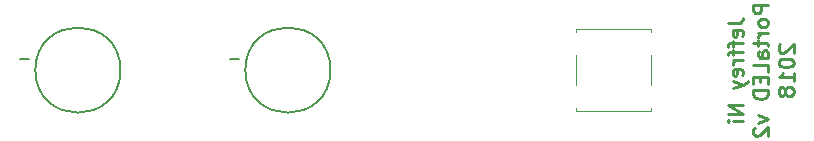
<source format=gbo>
G04 #@! TF.FileFunction,Legend,Bot*
%FSLAX46Y46*%
G04 Gerber Fmt 4.6, Leading zero omitted, Abs format (unit mm)*
G04 Created by KiCad (PCBNEW 4.0.7) date 05/03/18 21:25:46*
%MOMM*%
%LPD*%
G01*
G04 APERTURE LIST*
%ADD10C,0.100000*%
%ADD11C,0.254000*%
%ADD12C,0.150000*%
%ADD13C,0.120000*%
G04 APERTURE END LIST*
D10*
D11*
X203596724Y-107798811D02*
X204503867Y-107798811D01*
X204685295Y-107738335D01*
X204806248Y-107617383D01*
X204866724Y-107435954D01*
X204866724Y-107315002D01*
X204806248Y-108887382D02*
X204866724Y-108766430D01*
X204866724Y-108524525D01*
X204806248Y-108403573D01*
X204685295Y-108343097D01*
X204201486Y-108343097D01*
X204080533Y-108403573D01*
X204020057Y-108524525D01*
X204020057Y-108766430D01*
X204080533Y-108887382D01*
X204201486Y-108947859D01*
X204322438Y-108947859D01*
X204443390Y-108343097D01*
X204020057Y-109310715D02*
X204020057Y-109794525D01*
X204866724Y-109492144D02*
X203778152Y-109492144D01*
X203657200Y-109552620D01*
X203596724Y-109673573D01*
X203596724Y-109794525D01*
X204020057Y-110036429D02*
X204020057Y-110520239D01*
X204866724Y-110217858D02*
X203778152Y-110217858D01*
X203657200Y-110278334D01*
X203596724Y-110399287D01*
X203596724Y-110520239D01*
X204866724Y-110943572D02*
X204020057Y-110943572D01*
X204261962Y-110943572D02*
X204141010Y-111004048D01*
X204080533Y-111064524D01*
X204020057Y-111185477D01*
X204020057Y-111306429D01*
X204806248Y-112213571D02*
X204866724Y-112092619D01*
X204866724Y-111850714D01*
X204806248Y-111729762D01*
X204685295Y-111669286D01*
X204201486Y-111669286D01*
X204080533Y-111729762D01*
X204020057Y-111850714D01*
X204020057Y-112092619D01*
X204080533Y-112213571D01*
X204201486Y-112274048D01*
X204322438Y-112274048D01*
X204443390Y-111669286D01*
X204020057Y-112697381D02*
X204866724Y-112999762D01*
X204020057Y-113302142D02*
X204866724Y-112999762D01*
X205169105Y-112878809D01*
X205229581Y-112818333D01*
X205290057Y-112697381D01*
X204866724Y-114753571D02*
X203596724Y-114753571D01*
X204866724Y-115479285D01*
X203596724Y-115479285D01*
X204866724Y-116084047D02*
X204020057Y-116084047D01*
X203596724Y-116084047D02*
X203657200Y-116023571D01*
X203717676Y-116084047D01*
X203657200Y-116144523D01*
X203596724Y-116084047D01*
X203717676Y-116084047D01*
X207025724Y-106226429D02*
X205755724Y-106226429D01*
X205755724Y-106710238D01*
X205816200Y-106831191D01*
X205876676Y-106891667D01*
X205997629Y-106952143D01*
X206179057Y-106952143D01*
X206300010Y-106891667D01*
X206360486Y-106831191D01*
X206420962Y-106710238D01*
X206420962Y-106226429D01*
X207025724Y-107677858D02*
X206965248Y-107556905D01*
X206904771Y-107496429D01*
X206783819Y-107435953D01*
X206420962Y-107435953D01*
X206300010Y-107496429D01*
X206239533Y-107556905D01*
X206179057Y-107677858D01*
X206179057Y-107859286D01*
X206239533Y-107980238D01*
X206300010Y-108040715D01*
X206420962Y-108101191D01*
X206783819Y-108101191D01*
X206904771Y-108040715D01*
X206965248Y-107980238D01*
X207025724Y-107859286D01*
X207025724Y-107677858D01*
X207025724Y-108645477D02*
X206179057Y-108645477D01*
X206420962Y-108645477D02*
X206300010Y-108705953D01*
X206239533Y-108766429D01*
X206179057Y-108887382D01*
X206179057Y-109008334D01*
X206179057Y-109250238D02*
X206179057Y-109734048D01*
X205755724Y-109431667D02*
X206844295Y-109431667D01*
X206965248Y-109492143D01*
X207025724Y-109613096D01*
X207025724Y-109734048D01*
X207025724Y-110701667D02*
X206360486Y-110701667D01*
X206239533Y-110641190D01*
X206179057Y-110520238D01*
X206179057Y-110278333D01*
X206239533Y-110157381D01*
X206965248Y-110701667D02*
X207025724Y-110580714D01*
X207025724Y-110278333D01*
X206965248Y-110157381D01*
X206844295Y-110096905D01*
X206723343Y-110096905D01*
X206602390Y-110157381D01*
X206541914Y-110278333D01*
X206541914Y-110580714D01*
X206481438Y-110701667D01*
X207025724Y-111911191D02*
X207025724Y-111306429D01*
X205755724Y-111306429D01*
X206360486Y-112334524D02*
X206360486Y-112757857D01*
X207025724Y-112939286D02*
X207025724Y-112334524D01*
X205755724Y-112334524D01*
X205755724Y-112939286D01*
X207025724Y-113483572D02*
X205755724Y-113483572D01*
X205755724Y-113785953D01*
X205816200Y-113967381D01*
X205937152Y-114088334D01*
X206058105Y-114148810D01*
X206300010Y-114209286D01*
X206481438Y-114209286D01*
X206723343Y-114148810D01*
X206844295Y-114088334D01*
X206965248Y-113967381D01*
X207025724Y-113785953D01*
X207025724Y-113483572D01*
X206179057Y-115600239D02*
X207025724Y-115902620D01*
X206179057Y-116205000D01*
X205876676Y-116628334D02*
X205816200Y-116688810D01*
X205755724Y-116809762D01*
X205755724Y-117112143D01*
X205816200Y-117233096D01*
X205876676Y-117293572D01*
X205997629Y-117354048D01*
X206118581Y-117354048D01*
X206300010Y-117293572D01*
X207025724Y-116567858D01*
X207025724Y-117354048D01*
X208035676Y-109582857D02*
X207975200Y-109643333D01*
X207914724Y-109764285D01*
X207914724Y-110066666D01*
X207975200Y-110187619D01*
X208035676Y-110248095D01*
X208156629Y-110308571D01*
X208277581Y-110308571D01*
X208459010Y-110248095D01*
X209184724Y-109522381D01*
X209184724Y-110308571D01*
X207914724Y-111094762D02*
X207914724Y-111215714D01*
X207975200Y-111336666D01*
X208035676Y-111397143D01*
X208156629Y-111457619D01*
X208398533Y-111518095D01*
X208700914Y-111518095D01*
X208942819Y-111457619D01*
X209063771Y-111397143D01*
X209124248Y-111336666D01*
X209184724Y-111215714D01*
X209184724Y-111094762D01*
X209124248Y-110973809D01*
X209063771Y-110913333D01*
X208942819Y-110852857D01*
X208700914Y-110792381D01*
X208398533Y-110792381D01*
X208156629Y-110852857D01*
X208035676Y-110913333D01*
X207975200Y-110973809D01*
X207914724Y-111094762D01*
X209184724Y-112727619D02*
X209184724Y-112001905D01*
X209184724Y-112364762D02*
X207914724Y-112364762D01*
X208096152Y-112243810D01*
X208217105Y-112122857D01*
X208277581Y-112001905D01*
X208459010Y-113453334D02*
X208398533Y-113332381D01*
X208338057Y-113271905D01*
X208217105Y-113211429D01*
X208156629Y-113211429D01*
X208035676Y-113271905D01*
X207975200Y-113332381D01*
X207914724Y-113453334D01*
X207914724Y-113695238D01*
X207975200Y-113816191D01*
X208035676Y-113876667D01*
X208156629Y-113937143D01*
X208217105Y-113937143D01*
X208338057Y-113876667D01*
X208398533Y-113816191D01*
X208459010Y-113695238D01*
X208459010Y-113453334D01*
X208519486Y-113332381D01*
X208579962Y-113271905D01*
X208700914Y-113211429D01*
X208942819Y-113211429D01*
X209063771Y-113271905D01*
X209124248Y-113332381D01*
X209184724Y-113453334D01*
X209184724Y-113695238D01*
X209124248Y-113816191D01*
X209063771Y-113876667D01*
X208942819Y-113937143D01*
X208700914Y-113937143D01*
X208579962Y-113876667D01*
X208519486Y-113816191D01*
X208459010Y-113695238D01*
D12*
X169975551Y-111760000D02*
G75*
G03X169975551Y-111760000I-3605551J0D01*
G01*
X152195551Y-111760000D02*
G75*
G03X152195551Y-111760000I-3605551J0D01*
G01*
D13*
X190779000Y-114960000D02*
X190779000Y-115210000D01*
X190779000Y-115210000D02*
X197079000Y-115210000D01*
X197079000Y-115210000D02*
X197079000Y-114960000D01*
X190779000Y-110460000D02*
X190779000Y-113060000D01*
X197079000Y-108560000D02*
X197079000Y-108310000D01*
X197079000Y-108310000D02*
X190779000Y-108310000D01*
X190779000Y-108310000D02*
X190779000Y-108560000D01*
X197079000Y-113060000D02*
X197079000Y-110460000D01*
D12*
X162250952Y-110831429D02*
X161489047Y-110831429D01*
X144470952Y-110831429D02*
X143709047Y-110831429D01*
M02*

</source>
